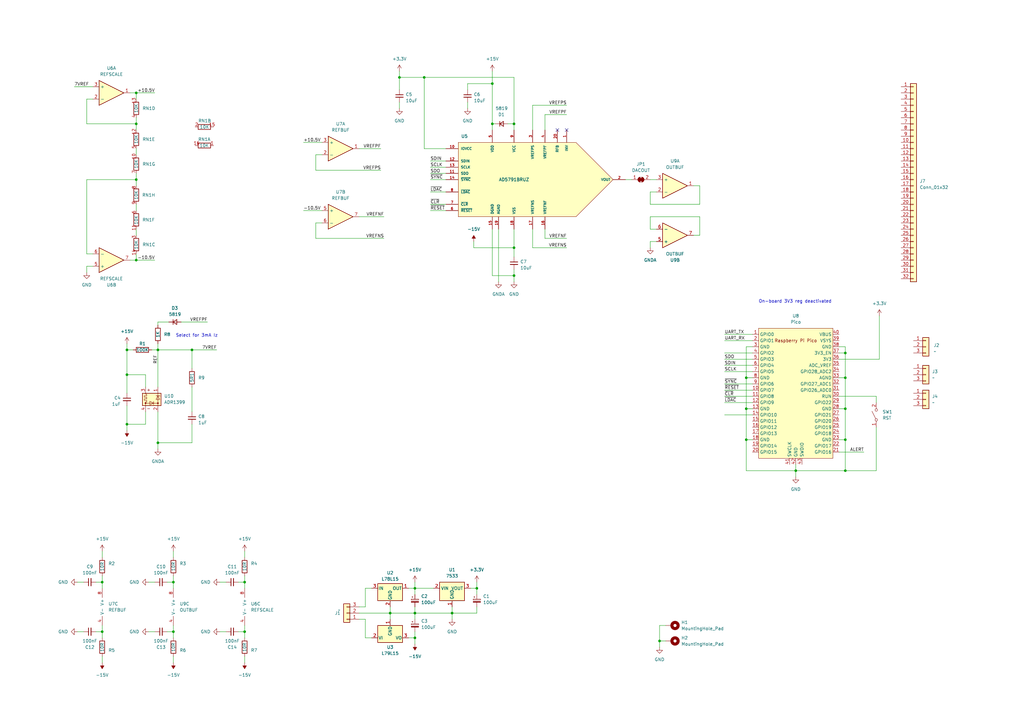
<source format=kicad_sch>
(kicad_sch (version 20230121) (generator eeschema)
  (paper "A3")
  (lib_symbols
    (symbol "AD5791BRUZ:AD5791BRUZ" (pin_names (offset 1.016))
      (property "Reference" "U5" (at -20.32 17.78 0))
      (property "Value" "AD5791BRUZ" (at 0 0 0))
      (symbol "AD5791BRUZ_0_0"
        (pin input line (at 21.59 20.32 270) (length 5.08) (name "INV") (number "1"))
        (pin power_in line (at -27.94 12.7 0) (length 5.08) (name "IOVCC") (number "10"))
        (pin output line (at -27.94 2.54 0) (length 5.08) (name "SDO") (number "11"))
        (pin input line (at -27.94 7.62 0) (length 5.08) (name "SDIN") (number "12"))
        (pin input line (at -27.94 5.08 0) (length 5.08) (name "SCLK") (number "13"))
        (pin input line (at -27.94 0 0) (length 5.08) (name "~{SYNC}") (number "14"))
        (pin passive line (at -8.89 -20.32 90) (length 5.08) (name "DGND") (number "15"))
        (pin input line (at 12.7 -20.32 90) (length 5.08) (name "VREFNF") (number "16"))
        (pin input line (at 7.62 -20.32 90) (length 5.08) (name "VREFNS") (number "17"))
        (pin power_in line (at 0 -20.32 90) (length 5.08) (name "VSS") (number "18"))
        (pin passive line (at -6.35 -20.32 90) (length 5.08) (name "AGND") (number "19"))
        (pin output line (at 45.72 0 180) (length 5.08) (name "VOUT") (number "2"))
        (pin passive line (at 17.78 20.32 270) (length 5.08) (name "RFB") (number "20"))
        (pin input line (at 7.62 20.32 270) (length 5.08) (name "VREFPS") (number "3"))
        (pin input line (at 12.7 20.32 270) (length 5.08) (name "VREFPF") (number "4"))
        (pin power_in line (at -8.89 20.32 270) (length 5.08) (name "VDD") (number "5"))
        (pin input line (at -27.94 -12.7 0) (length 5.08) (name "~{RESET}") (number "6"))
        (pin input line (at -27.94 -10.16 0) (length 5.08) (name "~{CLR}") (number "7"))
        (pin input line (at -27.94 -5.08 0) (length 5.08) (name "~{LDAC}") (number "8"))
        (pin power_in line (at 0 20.32 270) (length 5.08) (name "VCC") (number "9"))
      )
    )
    (symbol "Connector_Generic:Conn_01x03" (pin_names (offset 1.016) hide)
      (property "Reference" "J" (at 0 5.08 0))
      (property "Value" "Conn_01x03" (at 0 -5.08 0))
      (symbol "Conn_01x03_1_1"
        (pin passive line (at -5.08 2.54 0) (length 3.81) (name "Pin_1") (number "1"))
        (pin passive line (at -5.08 0 0) (length 3.81) (name "Pin_2") (number "2"))
        (pin passive line (at -5.08 -2.54 0) (length 3.81) (name "Pin_3") (number "3"))
      )
    )
    (symbol "Connector_Generic:Conn_01x32" (pin_names (offset 1.016) hide)
      (property "Reference" "J" (at 0 40.64 0))
      (property "Value" "Conn_01x32" (at 0 -43.18 0))
      (symbol "Conn_01x32_1_1"
        (pin passive line (at -5.08 38.1 0) (length 3.81) (name "Pin_1") (number "1"))
        (pin passive line (at -5.08 15.24 0) (length 3.81) (name "Pin_10") (number "10"))
        (pin passive line (at -5.08 12.7 0) (length 3.81) (name "Pin_11") (number "11"))
        (pin passive line (at -5.08 10.16 0) (length 3.81) (name "Pin_12") (number "12"))
        (pin passive line (at -5.08 7.62 0) (length 3.81) (name "Pin_13") (number "13"))
        (pin passive line (at -5.08 5.08 0) (length 3.81) (name "Pin_14") (number "14"))
        (pin passive line (at -5.08 2.54 0) (length 3.81) (name "Pin_15") (number "15"))
        (pin passive line (at -5.08 0 0) (length 3.81) (name "Pin_16") (number "16"))
        (pin passive line (at -5.08 -2.54 0) (length 3.81) (name "Pin_17") (number "17"))
        (pin passive line (at -5.08 -5.08 0) (length 3.81) (name "Pin_18") (number "18"))
        (pin passive line (at -5.08 -7.62 0) (length 3.81) (name "Pin_19") (number "19"))
        (pin passive line (at -5.08 35.56 0) (length 3.81) (name "Pin_2") (number "2"))
        (pin passive line (at -5.08 -10.16 0) (length 3.81) (name "Pin_20") (number "20"))
        (pin passive line (at -5.08 -12.7 0) (length 3.81) (name "Pin_21") (number "21"))
        (pin passive line (at -5.08 -15.24 0) (length 3.81) (name "Pin_22") (number "22"))
        (pin passive line (at -5.08 -17.78 0) (length 3.81) (name "Pin_23") (number "23"))
        (pin passive line (at -5.08 -20.32 0) (length 3.81) (name "Pin_24") (number "24"))
        (pin passive line (at -5.08 -22.86 0) (length 3.81) (name "Pin_25") (number "25"))
        (pin passive line (at -5.08 -25.4 0) (length 3.81) (name "Pin_26") (number "26"))
        (pin passive line (at -5.08 -27.94 0) (length 3.81) (name "Pin_27") (number "27"))
        (pin passive line (at -5.08 -30.48 0) (length 3.81) (name "Pin_28") (number "28"))
        (pin passive line (at -5.08 -33.02 0) (length 3.81) (name "Pin_29") (number "29"))
        (pin passive line (at -5.08 33.02 0) (length 3.81) (name "Pin_3") (number "3"))
        (pin passive line (at -5.08 -35.56 0) (length 3.81) (name "Pin_30") (number "30"))
        (pin passive line (at -5.08 -38.1 0) (length 3.81) (name "Pin_31") (number "31"))
        (pin passive line (at -5.08 -40.64 0) (length 3.81) (name "Pin_32") (number "32"))
        (pin passive line (at -5.08 30.48 0) (length 3.81) (name "Pin_4") (number "4"))
        (pin passive line (at -5.08 27.94 0) (length 3.81) (name "Pin_5") (number "5"))
        (pin passive line (at -5.08 25.4 0) (length 3.81) (name "Pin_6") (number "6"))
        (pin passive line (at -5.08 22.86 0) (length 3.81) (name "Pin_7") (number "7"))
        (pin passive line (at -5.08 20.32 0) (length 3.81) (name "Pin_8") (number "8"))
        (pin passive line (at -5.08 17.78 0) (length 3.81) (name "Pin_9") (number "9"))
      )
    )
    (symbol "Device:C_Polarized_Small" (pin_numbers hide) (pin_names (offset 0.254) hide)
      (property "Reference" "C" (at 0.254 1.778 0))
      (property "Value" "C_Polarized_Small" (at 0.254 -2.032 0))
      (symbol "C_Polarized_Small_1_1"
        (pin passive line (at 0 2.54 270) (length 1.8542) (name "~") (number "1"))
        (pin passive line (at 0 -2.54 90) (length 1.8542) (name "~") (number "2"))
      )
    )
    (symbol "Device:C_Small" (pin_numbers hide) (pin_names (offset 0.254) hide)
      (property "Reference" "C" (at 0.254 1.778 0))
      (property "Value" "C_Small" (at 0.254 -2.032 0))
      (symbol "C_Small_1_1"
        (pin passive line (at 0 2.54 270) (length 2.032) (name "~") (number "1"))
        (pin passive line (at 0 -2.54 90) (length 2.032) (name "~") (number "2"))
      )
    )
    (symbol "Device:D_Small" (pin_numbers hide) (pin_names (offset 0.254) hide)
      (property "Reference" "D" (at -1.27 2.032 0))
      (property "Value" "D_Small" (at -3.81 -2.032 0))
      (symbol "D_Small_1_1"
        (pin passive line (at -2.54 0 0) (length 1.778) (name "K") (number "1"))
        (pin passive line (at 2.54 0 180) (length 1.778) (name "A") (number "2"))
      )
    )
    (symbol "Device:Opamp_Dual"
      (property "Reference" "U" (at 0 5.08 0))
      (property "Value" "Opamp_Dual" (at 0 -5.08 0))
      (symbol "Opamp_Dual_1_1"
        (pin output line (at 7.62 0 180) (length 2.54) (name "~") (number "1"))
        (pin input line (at -7.62 -2.54 0) (length 2.54) (name "-") (number "2"))
        (pin input line (at -7.62 2.54 0) (length 2.54) (name "+") (number "3"))
      )
      (symbol "Opamp_Dual_2_1"
        (pin input line (at -7.62 2.54 0) (length 2.54) (name "+") (number "5"))
        (pin input line (at -7.62 -2.54 0) (length 2.54) (name "-") (number "6"))
        (pin output line (at 7.62 0 180) (length 2.54) (name "~") (number "7"))
      )
      (symbol "Opamp_Dual_3_1"
        (pin power_in line (at -2.54 -7.62 90) (length 3.81) (name "V-") (number "4"))
        (pin power_in line (at -2.54 7.62 270) (length 3.81) (name "V+") (number "8"))
      )
    )
    (symbol "Device:R" (pin_numbers hide) (pin_names (offset 0))
      (property "Reference" "R" (at 2.032 0 90))
      (property "Value" "R" (at 0 0 90))
      (symbol "R_1_1"
        (pin passive line (at 0 3.81 270) (length 1.27) (name "~") (number "1"))
        (pin passive line (at 0 -3.81 90) (length 1.27) (name "~") (number "2"))
      )
    )
    (symbol "Device:R_Pack08_Split" (pin_names (offset 0) hide)
      (property "Reference" "RN" (at 2.032 0 90))
      (property "Value" "R_Pack08_Split" (at 0 0 90))
      (symbol "R_Pack08_Split_1_1"
        (pin passive line (at 0 -3.81 90) (length 1.27) (name "R1.1") (number "1"))
        (pin passive line (at 0 3.81 270) (length 1.27) (name "R1.2") (number "16"))
      )
      (symbol "R_Pack08_Split_2_1"
        (pin passive line (at 0 3.81 270) (length 1.27) (name "R2.2") (number "15"))
        (pin passive line (at 0 -3.81 90) (length 1.27) (name "R2.1") (number "2"))
      )
      (symbol "R_Pack08_Split_3_1"
        (pin passive line (at 0 3.81 270) (length 1.27) (name "R3.2") (number "14"))
        (pin passive line (at 0 -3.81 90) (length 1.27) (name "R3.1") (number "3"))
      )
      (symbol "R_Pack08_Split_4_1"
        (pin passive line (at 0 3.81 270) (length 1.27) (name "R4.2") (number "13"))
        (pin passive line (at 0 -3.81 90) (length 1.27) (name "R4.1") (number "4"))
      )
      (symbol "R_Pack08_Split_5_1"
        (pin passive line (at 0 3.81 270) (length 1.27) (name "R5.2") (number "12"))
        (pin passive line (at 0 -3.81 90) (length 1.27) (name "R5.1") (number "5"))
      )
      (symbol "R_Pack08_Split_6_1"
        (pin passive line (at 0 3.81 270) (length 1.27) (name "R6.2") (number "11"))
        (pin passive line (at 0 -3.81 90) (length 1.27) (name "R6.1") (number "6"))
      )
      (symbol "R_Pack08_Split_7_1"
        (pin passive line (at 0 3.81 270) (length 1.27) (name "R7.2") (number "10"))
        (pin passive line (at 0 -3.81 90) (length 1.27) (name "R7.1") (number "7"))
      )
      (symbol "R_Pack08_Split_8_1"
        (pin passive line (at 0 -3.81 90) (length 1.27) (name "R8.1") (number "8"))
        (pin passive line (at 0 3.81 270) (length 1.27) (name "R8.2") (number "9"))
      )
    )
    (symbol "Jumper:SolderJumper_2_Bridged" (pin_names (offset 0) hide)
      (property "Reference" "JP" (at 0 2.032 0))
      (property "Value" "SolderJumper_2_Bridged" (at 0 -2.54 0))
      (symbol "SolderJumper_2_Bridged_1_1"
        (pin passive line (at -3.81 0 0) (length 2.54) (name "A") (number "1"))
        (pin passive line (at 3.81 0 180) (length 2.54) (name "B") (number "2"))
      )
    )
    (symbol "MCU_RaspberryPi_and_Boards:Pico"
      (property "Reference" "U" (at -13.97 27.94 0))
      (property "Value" "Pico" (at 0 19.05 0))
      (symbol "Pico_0_0"
        (text "Raspberry Pi Pico" (at 0 21.59 0) (effects (font (size 1.27 1.27))))
      )
      (symbol "Pico_1_1"
        (pin bidirectional line (at -17.78 24.13 0) (length 2.54) (name "GPIO0") (number "1"))
        (pin bidirectional line (at -17.78 1.27 0) (length 2.54) (name "GPIO7") (number "10"))
        (pin bidirectional line (at -17.78 -1.27 0) (length 2.54) (name "GPIO8") (number "11"))
        (pin bidirectional line (at -17.78 -3.81 0) (length 2.54) (name "GPIO9") (number "12"))
        (pin power_in line (at -17.78 -6.35 0) (length 2.54) (name "GND") (number "13"))
        (pin bidirectional line (at -17.78 -8.89 0) (length 2.54) (name "GPIO10") (number "14"))
        (pin bidirectional line (at -17.78 -11.43 0) (length 2.54) (name "GPIO11") (number "15"))
        (pin bidirectional line (at -17.78 -13.97 0) (length 2.54) (name "GPIO12") (number "16"))
        (pin bidirectional line (at -17.78 -16.51 0) (length 2.54) (name "GPIO13") (number "17"))
        (pin power_in line (at -17.78 -19.05 0) (length 2.54) (name "GND") (number "18"))
        (pin bidirectional line (at -17.78 -21.59 0) (length 2.54) (name "GPIO14") (number "19"))
        (pin bidirectional line (at -17.78 21.59 0) (length 2.54) (name "GPIO1") (number "2"))
        (pin bidirectional line (at -17.78 -24.13 0) (length 2.54) (name "GPIO15") (number "20"))
        (pin bidirectional line (at 17.78 -24.13 180) (length 2.54) (name "GPIO16") (number "21"))
        (pin bidirectional line (at 17.78 -21.59 180) (length 2.54) (name "GPIO17") (number "22"))
        (pin power_in line (at 17.78 -19.05 180) (length 2.54) (name "GND") (number "23"))
        (pin bidirectional line (at 17.78 -16.51 180) (length 2.54) (name "GPIO18") (number "24"))
        (pin bidirectional line (at 17.78 -13.97 180) (length 2.54) (name "GPIO19") (number "25"))
        (pin bidirectional line (at 17.78 -11.43 180) (length 2.54) (name "GPIO20") (number "26"))
        (pin bidirectional line (at 17.78 -8.89 180) (length 2.54) (name "GPIO21") (number "27"))
        (pin power_in line (at 17.78 -6.35 180) (length 2.54) (name "GND") (number "28"))
        (pin bidirectional line (at 17.78 -3.81 180) (length 2.54) (name "GPIO22") (number "29"))
        (pin power_in line (at -17.78 19.05 0) (length 2.54) (name "GND") (number "3"))
        (pin input line (at 17.78 -1.27 180) (length 2.54) (name "RUN") (number "30"))
        (pin bidirectional line (at 17.78 1.27 180) (length 2.54) (name "GPIO26_ADC0") (number "31"))
        (pin bidirectional line (at 17.78 3.81 180) (length 2.54) (name "GPIO27_ADC1") (number "32"))
        (pin power_in line (at 17.78 6.35 180) (length 2.54) (name "AGND") (number "33"))
        (pin bidirectional line (at 17.78 8.89 180) (length 2.54) (name "GPIO28_ADC2") (number "34"))
        (pin power_in line (at 17.78 11.43 180) (length 2.54) (name "ADC_VREF") (number "35"))
        (pin power_in line (at 17.78 13.97 180) (length 2.54) (name "3V3") (number "36"))
        (pin input line (at 17.78 16.51 180) (length 2.54) (name "3V3_EN") (number "37"))
        (pin bidirectional line (at 17.78 19.05 180) (length 2.54) (name "GND") (number "38"))
        (pin power_in line (at 17.78 21.59 180) (length 2.54) (name "VSYS") (number "39"))
        (pin bidirectional line (at -17.78 16.51 0) (length 2.54) (name "GPIO2") (number "4"))
        (pin power_in line (at 17.78 24.13 180) (length 2.54) (name "VBUS") (number "40"))
        (pin input line (at -2.54 -29.21 90) (length 2.54) (name "SWCLK") (number "41"))
        (pin power_in line (at 0 -29.21 90) (length 2.54) (name "GND") (number "42"))
        (pin bidirectional line (at 2.54 -29.21 90) (length 2.54) (name "SWDIO") (number "43"))
        (pin bidirectional line (at -17.78 13.97 0) (length 2.54) (name "GPIO3") (number "5"))
        (pin bidirectional line (at -17.78 11.43 0) (length 2.54) (name "GPIO4") (number "6"))
        (pin bidirectional line (at -17.78 8.89 0) (length 2.54) (name "GPIO5") (number "7"))
        (pin power_in line (at -17.78 6.35 0) (length 2.54) (name "GND") (number "8"))
        (pin bidirectional line (at -17.78 3.81 0) (length 2.54) (name "GPIO6") (number "9"))
      )
    )
    (symbol "Mechanical:MountingHole_Pad" (pin_numbers hide) (pin_names (offset 1.016) hide)
      (property "Reference" "H" (at 0 6.35 0))
      (property "Value" "MountingHole_Pad" (at 0 4.445 0))
      (symbol "MountingHole_Pad_1_1"
        (pin input line (at 0 -2.54 90) (length 2.54) (name "1") (number "1"))
      )
    )
    (symbol "Reference_Voltage:LM399" (pin_names (offset 1.016) hide)
      (property "Reference" "U" (at 3.81 1.27 0))
      (property "Value" "LM399" (at 3.81 -1.27 0))
      (symbol "LM399_0_0"
        (text "+" (at -1.27 3.937 0) (effects (font (size 1.27 1.27))))
      )
      (symbol "LM399_1_1"
        (text "-" (at -1.27 -3.683 0) (effects (font (size 1.27 1.27))))
        (pin passive line (at 2.54 5.08 270) (length 2.54) (name "~") (number "1"))
        (pin passive line (at 2.54 -5.08 90) (length 2.54) (name "~") (number "2"))
        (pin power_in line (at -2.54 5.08 270) (length 2.54) (name "~") (number "3"))
        (pin power_in line (at -2.54 -5.08 90) (length 2.54) (name "~") (number "4"))
      )
    )
    (symbol "Regulator_Linear:HT75xx-1-SOT89"
      (property "Reference" "U" (at -5.08 -3.81 0))
      (property "Value" "HT75xx-1-SOT89" (at 0 6.35 0))
      (symbol "HT75xx-1-SOT89_1_1"
        (pin power_in line (at 0 -5.08 90) (length 2.54) (name "GND") (number "1"))
        (pin power_in line (at -7.62 2.54 0) (length 2.54) (name "VIN") (number "2"))
        (pin power_out line (at 7.62 2.54 180) (length 2.54) (name "VOUT") (number "3"))
      )
    )
    (symbol "Regulator_Linear:L78L15_SOT89" (pin_names (offset 0.254))
      (property "Reference" "U" (at -3.81 3.175 0))
      (property "Value" "L78L15_SOT89" (at -0.635 3.175 0))
      (symbol "L78L15_SOT89_1_1"
        (pin power_out line (at 7.62 0 180) (length 2.54) (name "OUT") (number "1"))
        (pin power_in line (at 0 -7.62 90) (length 2.54) (name "GND") (number "2"))
        (pin power_in line (at -7.62 0 0) (length 2.54) (name "IN") (number "3"))
      )
    )
    (symbol "Regulator_Linear:L79L15_SOT89" (pin_names (offset 0.254))
      (property "Reference" "U" (at -3.81 -3.175 0))
      (property "Value" "L79L15_SOT89" (at 0 -3.175 0))
      (symbol "L79L15_SOT89_1_1"
        (pin power_in line (at 0 7.62 270) (length 2.54) (name "GND") (number "1"))
        (pin power_in line (at -7.62 0 0) (length 2.54) (name "VI") (number "2"))
        (pin power_out line (at 7.62 0 180) (length 2.54) (name "VO") (number "3"))
      )
    )
    (symbol "Switch:SW_SPST" (pin_names (offset 0) hide)
      (property "Reference" "SW" (at 0 3.175 0))
      (property "Value" "SW_SPST" (at 0 -2.54 0))
      (symbol "SW_SPST_1_1"
        (pin passive line (at -5.08 0 0) (length 2.54) (name "A") (number "1"))
        (pin passive line (at 5.08 0 180) (length 2.54) (name "B") (number "2"))
      )
    )
    (symbol "power:+15V" (power) (pin_names (offset 0))
      (property "Value" "+15V" (at 0 3.556 0))
      (symbol "+15V_1_1"
        (pin power_in line (at 0 0 90) (length 0) hide (name "+15V") (number "1"))
      )
    )
    (symbol "power:+3.3V" (power) (pin_names (offset 0))
      (property "Value" "+3.3V" (at 0 3.556 0))
      (symbol "+3.3V_1_1"
        (pin power_in line (at 0 0 90) (length 0) hide (name "+3.3V") (number "1"))
      )
    )
    (symbol "power:-15V" (power) (pin_names (offset 0))
      (property "Value" "-15V" (at 0 3.81 0))
      (symbol "-15V_0_0"
        (pin power_in line (at 0 0 90) (length 0) hide (name "-15V") (number "1"))
      )
    )
    (symbol "power:GND" (power) (pin_names (offset 0))
      (property "Value" "GND" (at 0 -3.81 0))
      (symbol "GND_1_1"
        (pin power_in line (at 0 0 270) (length 0) hide (name "GND") (number "1"))
      )
    )
    (symbol "power:GNDA" (power) (pin_names (offset 0))
      (property "Value" "GNDA" (at 0 -3.81 0))
      (symbol "GNDA_1_1"
        (pin power_in line (at 0 0 270) (length 0) hide (name "GNDA") (number "1"))
      )
    )
  )
  (junction (at 306.07 167.64))
  (junction (at 52.07 173.99))
  (junction (at 52.07 143.51))
  (junction (at 170.18 251.46))
  (junction (at 55.88 38.1))
  (junction (at 326.39 193.04))
  (junction (at 163.83 31.75))
  (junction (at 52.07 153.67))
  (junction (at 160.02 251.46))
  (junction (at 100.33 238.76))
  (junction (at 64.77 181.61))
  (junction (at 185.42 251.46))
  (junction (at 346.71 144.78))
  (junction (at 270.51 262.89))
  (junction (at 71.12 238.76))
  (junction (at 55.88 50.8))
  (junction (at 71.12 259.08))
  (junction (at 201.93 50.8))
  (junction (at 55.88 106.68))
  (junction (at 195.58 241.3))
  (junction (at 346.71 167.64))
  (junction (at 210.82 50.8))
  (junction (at 210.82 113.03))
  (junction (at 170.18 261.62))
  (junction (at 173.99 31.75))
  (junction (at 41.91 238.76))
  (junction (at 100.33 259.08))
  (junction (at 306.07 154.94))
  (junction (at 346.71 154.94))
  (junction (at 346.71 193.04))
  (junction (at 64.77 143.51))
  (junction (at 201.93 34.29))
  (junction (at 78.74 143.51))
  (junction (at 55.88 73.66))
  (junction (at 170.18 241.3))
  (junction (at 306.07 180.34))
  (junction (at 41.91 259.08))
  (junction (at 346.71 180.34))
  (junction (at 210.82 101.6))
  (no_connect (at 232.41 53.34))
  (no_connect (at 228.6 53.34))
  (wire (pts (xy 297.18 157.48) (xy 308.61 157.48)))
  (wire (pts (xy 35.56 50.8) (xy 55.88 50.8)))
  (wire (pts (xy 39.37 259.08) (xy 41.91 259.08)))
  (wire (pts (xy 147.32 88.9) (xy 157.48 88.9)))
  (wire (pts (xy 176.53 86.36) (xy 182.88 86.36)))
  (wire (pts (xy 308.61 142.24) (xy 306.07 142.24)))
  (wire (pts (xy 232.41 97.79) (xy 223.52 97.79)))
  (wire (pts (xy 64.77 143.51) (xy 64.77 158.75)))
  (wire (pts (xy 223.52 46.99) (xy 223.52 53.34)))
  (wire (pts (xy 269.24 93.98) (xy 266.7 93.98)))
  (wire (pts (xy 210.82 50.8) (xy 210.82 53.34)))
  (wire (pts (xy 62.23 143.51) (xy 64.77 143.51)))
  (wire (pts (xy 100.33 261.62) (xy 100.33 259.08)))
  (wire (pts (xy 71.12 236.22) (xy 71.12 238.76)))
  (wire (pts (xy 266.7 88.9) (xy 287.02 88.9)))
  (wire (pts (xy 160.02 251.46) (xy 170.18 251.46)))
  (wire (pts (xy 55.88 63.5) (xy 55.88 60.96)))
  (wire (pts (xy 287.02 76.2) (xy 284.48 76.2)))
  (wire (pts (xy 270.51 262.89) (xy 270.51 256.54)))
  (wire (pts (xy 41.91 259.08) (xy 41.91 256.54)))
  (wire (pts (xy 35.56 109.22) (xy 38.1 109.22)))
  (wire (pts (xy 163.83 44.45) (xy 163.83 41.91)))
  (wire (pts (xy 35.56 40.64) (xy 35.56 50.8)))
  (wire (pts (xy 359.41 165.1) (xy 359.41 162.56)))
  (wire (pts (xy 71.12 238.76) (xy 71.12 241.3)))
  (wire (pts (xy 55.88 73.66) (xy 35.56 73.66)))
  (wire (pts (xy 297.18 165.1) (xy 308.61 165.1)))
  (wire (pts (xy 201.93 53.34) (xy 201.93 50.8)))
  (wire (pts (xy 344.17 142.24) (xy 346.71 142.24)))
  (wire (pts (xy 360.68 147.32) (xy 360.68 129.54)))
  (wire (pts (xy 185.42 251.46) (xy 195.58 251.46)))
  (wire (pts (xy 64.77 143.51) (xy 78.74 143.51)))
  (wire (pts (xy 308.61 154.94) (xy 306.07 154.94)))
  (wire (pts (xy 55.88 38.1) (xy 53.34 38.1)))
  (wire (pts (xy 176.53 83.82) (xy 182.88 83.82)))
  (wire (pts (xy 68.58 238.76) (xy 71.12 238.76)))
  (wire (pts (xy 344.17 167.64) (xy 346.71 167.64)))
  (wire (pts (xy 270.51 256.54) (xy 273.05 256.54)))
  (wire (pts (xy 71.12 261.62) (xy 71.12 259.08)))
  (wire (pts (xy 160.02 251.46) (xy 160.02 254)))
  (wire (pts (xy 297.18 147.32) (xy 308.61 147.32)))
  (wire (pts (xy 201.93 93.98) (xy 201.93 113.03)))
  (wire (pts (xy 344.17 185.42) (xy 354.33 185.42)))
  (wire (pts (xy 149.86 254) (xy 149.86 261.62)))
  (wire (pts (xy 306.07 142.24) (xy 306.07 154.94)))
  (wire (pts (xy 100.33 226.06) (xy 100.33 228.6)))
  (wire (pts (xy 173.99 31.75) (xy 173.99 60.96)))
  (wire (pts (xy 156.21 60.96) (xy 147.32 60.96)))
  (wire (pts (xy 185.42 251.46) (xy 185.42 254)))
  (wire (pts (xy 90.17 259.08) (xy 92.71 259.08)))
  (wire (pts (xy 78.74 173.99) (xy 78.74 181.61)))
  (wire (pts (xy 210.82 115.57) (xy 210.82 113.03)))
  (wire (pts (xy 97.79 259.08) (xy 100.33 259.08)))
  (wire (pts (xy 64.77 132.08) (xy 69.215 132.08)))
  (wire (pts (xy 41.91 238.76) (xy 41.91 241.3)))
  (wire (pts (xy 170.18 251.46) (xy 185.42 251.46)))
  (wire (pts (xy 55.88 93.98) (xy 55.88 96.52)))
  (wire (pts (xy 31.75 259.08) (xy 34.29 259.08)))
  (wire (pts (xy 297.18 137.16) (xy 308.61 137.16)))
  (wire (pts (xy 78.74 158.75) (xy 78.74 168.91)))
  (wire (pts (xy 124.46 58.42) (xy 132.08 58.42)))
  (wire (pts (xy 100.33 236.22) (xy 100.33 238.76)))
  (wire (pts (xy 287.02 88.9) (xy 287.02 96.52)))
  (wire (pts (xy 173.99 31.75) (xy 210.82 31.75)))
  (wire (pts (xy 191.77 34.29) (xy 191.77 36.83)))
  (wire (pts (xy 52.07 166.37) (xy 52.07 173.99)))
  (wire (pts (xy 55.88 38.1) (xy 63.5 38.1)))
  (wire (pts (xy 55.88 104.14) (xy 55.88 106.68)))
  (wire (pts (xy 218.44 43.18) (xy 218.44 53.34)))
  (wire (pts (xy 195.58 238.76) (xy 195.58 241.3)))
  (wire (pts (xy 41.91 236.22) (xy 41.91 238.76)))
  (wire (pts (xy 287.02 83.82) (xy 287.02 76.2)))
  (wire (pts (xy 167.64 261.62) (xy 170.18 261.62)))
  (wire (pts (xy 52.07 153.67) (xy 52.07 143.51)))
  (wire (pts (xy 52.07 153.67) (xy 52.07 161.29)))
  (wire (pts (xy 59.69 158.75) (xy 59.69 153.67)))
  (wire (pts (xy 346.71 142.24) (xy 346.71 144.78)))
  (wire (pts (xy 176.53 66.04) (xy 182.88 66.04)))
  (wire (pts (xy 308.61 180.34) (xy 306.07 180.34)))
  (wire (pts (xy 129.54 69.85) (xy 156.21 69.85)))
  (wire (pts (xy 38.1 104.14) (xy 35.56 104.14)))
  (wire (pts (xy 232.41 46.99) (xy 223.52 46.99)))
  (wire (pts (xy 129.54 91.44) (xy 132.08 91.44)))
  (wire (pts (xy 64.77 143.51) (xy 64.77 140.97)))
  (wire (pts (xy 194.31 101.6) (xy 194.31 99.06)))
  (wire (pts (xy 346.71 193.04) (xy 326.39 193.04)))
  (wire (pts (xy 68.58 259.08) (xy 71.12 259.08)))
  (wire (pts (xy 306.07 180.34) (xy 306.07 193.04)))
  (wire (pts (xy 55.88 73.66) (xy 55.88 76.2)))
  (wire (pts (xy 41.91 226.06) (xy 41.91 228.6)))
  (wire (pts (xy 64.77 168.91) (xy 64.77 181.61)))
  (wire (pts (xy 266.7 83.82) (xy 287.02 83.82)))
  (wire (pts (xy 163.83 31.75) (xy 173.99 31.75)))
  (wire (pts (xy 359.41 162.56) (xy 344.17 162.56)))
  (wire (pts (xy 326.39 190.5) (xy 326.39 193.04)))
  (wire (pts (xy 52.07 173.99) (xy 52.07 176.53)))
  (wire (pts (xy 71.12 259.08) (xy 71.12 256.54)))
  (wire (pts (xy 308.61 167.64) (xy 306.07 167.64)))
  (wire (pts (xy 201.93 34.29) (xy 191.77 34.29)))
  (wire (pts (xy 191.77 44.45) (xy 191.77 41.91)))
  (wire (pts (xy 269.24 78.74) (xy 266.7 78.74)))
  (wire (pts (xy 100.33 271.78) (xy 100.33 269.24)))
  (wire (pts (xy 297.18 170.18) (xy 308.61 170.18)))
  (wire (pts (xy 59.69 173.99) (xy 59.69 168.91)))
  (wire (pts (xy 346.71 167.64) (xy 346.71 180.34)))
  (wire (pts (xy 232.41 101.6) (xy 218.44 101.6)))
  (wire (pts (xy 297.18 144.78) (xy 308.61 144.78)))
  (wire (pts (xy 256.54 73.66) (xy 259.08 73.66)))
  (wire (pts (xy 266.7 101.6) (xy 266.7 99.06)))
  (wire (pts (xy 35.56 111.76) (xy 35.56 109.22)))
  (wire (pts (xy 185.42 248.92) (xy 185.42 251.46)))
  (wire (pts (xy 193.04 241.3) (xy 195.58 241.3)))
  (wire (pts (xy 147.32 251.46) (xy 160.02 251.46)))
  (wire (pts (xy 100.33 238.76) (xy 100.33 241.3)))
  (wire (pts (xy 297.18 152.4) (xy 308.61 152.4)))
  (wire (pts (xy 149.86 261.62) (xy 152.4 261.62)))
  (wire (pts (xy 64.77 132.08) (xy 64.77 133.35)))
  (wire (pts (xy 297.18 139.7) (xy 308.61 139.7)))
  (wire (pts (xy 157.48 97.79) (xy 129.54 97.79)))
  (wire (pts (xy 132.08 86.36) (xy 124.46 86.36)))
  (wire (pts (xy 201.93 29.21) (xy 201.93 34.29)))
  (wire (pts (xy 163.83 29.21) (xy 163.83 31.75)))
  (wire (pts (xy 60.96 238.76) (xy 63.5 238.76)))
  (wire (pts (xy 170.18 261.62) (xy 170.18 259.08)))
  (wire (pts (xy 55.88 73.66) (xy 55.88 71.12)))
  (wire (pts (xy 266.7 99.06) (xy 269.24 99.06)))
  (wire (pts (xy 266.7 78.74) (xy 266.7 83.82)))
  (wire (pts (xy 78.74 143.51) (xy 88.9 143.51)))
  (wire (pts (xy 64.77 181.61) (xy 64.77 184.15)))
  (wire (pts (xy 52.07 173.99) (xy 59.69 173.99)))
  (wire (pts (xy 344.17 144.78) (xy 346.71 144.78)))
  (wire (pts (xy 55.88 106.68) (xy 63.5 106.68)))
  (wire (pts (xy 170.18 248.92) (xy 170.18 251.46)))
  (wire (pts (xy 306.07 193.04) (xy 326.39 193.04)))
  (wire (pts (xy 55.88 40.64) (xy 55.88 38.1)))
  (wire (pts (xy 170.18 238.76) (xy 170.18 241.3)))
  (wire (pts (xy 266.7 93.98) (xy 266.7 88.9)))
  (wire (pts (xy 71.12 271.78) (xy 71.12 269.24)))
  (wire (pts (xy 170.18 241.3) (xy 177.8 241.3)))
  (wire (pts (xy 167.64 241.3) (xy 170.18 241.3)))
  (wire (pts (xy 53.34 106.68) (xy 55.88 106.68)))
  (wire (pts (xy 297.18 162.56) (xy 308.61 162.56)))
  (wire (pts (xy 176.53 78.74) (xy 182.88 78.74)))
  (wire (pts (xy 170.18 261.62) (xy 170.18 264.16)))
  (wire (pts (xy 64.77 181.61) (xy 78.74 181.61)))
  (wire (pts (xy 344.17 154.94) (xy 346.71 154.94)))
  (wire (pts (xy 210.82 93.98) (xy 210.82 101.6)))
  (wire (pts (xy 270.51 262.89) (xy 273.05 262.89)))
  (wire (pts (xy 201.93 113.03) (xy 210.82 113.03)))
  (wire (pts (xy 132.08 63.5) (xy 129.54 63.5)))
  (wire (pts (xy 170.18 254) (xy 170.18 251.46)))
  (wire (pts (xy 218.44 101.6) (xy 218.44 93.98)))
  (wire (pts (xy 176.53 68.58) (xy 182.88 68.58)))
  (wire (pts (xy 160.02 248.92) (xy 160.02 251.46)))
  (wire (pts (xy 195.58 251.46) (xy 195.58 248.92)))
  (wire (pts (xy 35.56 73.66) (xy 35.56 104.14)))
  (wire (pts (xy 31.75 238.76) (xy 34.29 238.76)))
  (wire (pts (xy 147.32 254) (xy 149.86 254)))
  (wire (pts (xy 346.71 180.34) (xy 346.71 193.04)))
  (wire (pts (xy 152.4 241.3) (xy 149.86 241.3)))
  (wire (pts (xy 326.39 193.04) (xy 326.39 195.58)))
  (wire (pts (xy 90.17 238.76) (xy 92.71 238.76)))
  (wire (pts (xy 201.93 50.8) (xy 201.93 34.29)))
  (wire (pts (xy 306.07 154.94) (xy 306.07 167.64)))
  (wire (pts (xy 201.93 50.8) (xy 203.2 50.8)))
  (wire (pts (xy 346.71 193.04) (xy 359.41 193.04)))
  (wire (pts (xy 176.53 71.12) (xy 182.88 71.12)))
  (wire (pts (xy 52.07 153.67) (xy 59.69 153.67)))
  (wire (pts (xy 210.82 31.75) (xy 210.82 50.8)))
  (wire (pts (xy 55.88 53.34) (xy 55.88 50.8)))
  (wire (pts (xy 149.86 248.92) (xy 147.32 248.92)))
  (wire (pts (xy 232.41 43.18) (xy 218.44 43.18)))
  (wire (pts (xy 163.83 36.83) (xy 163.83 31.75)))
  (wire (pts (xy 39.37 238.76) (xy 41.91 238.76)))
  (wire (pts (xy 297.18 160.02) (xy 308.61 160.02)))
  (wire (pts (xy 346.71 154.94) (xy 346.71 167.64)))
  (wire (pts (xy 297.18 149.86) (xy 308.61 149.86)))
  (wire (pts (xy 41.91 271.78) (xy 41.91 269.24)))
  (wire (pts (xy 52.07 140.97) (xy 52.07 143.51)))
  (wire (pts (xy 223.52 97.79) (xy 223.52 93.98)))
  (wire (pts (xy 344.17 147.32) (xy 360.68 147.32)))
  (wire (pts (xy 78.74 143.51) (xy 78.74 151.13)))
  (wire (pts (xy 30.48 35.56) (xy 38.1 35.56)))
  (wire (pts (xy 195.58 241.3) (xy 195.58 243.84)))
  (wire (pts (xy 359.41 193.04) (xy 359.41 175.26)))
  (wire (pts (xy 210.82 110.49) (xy 210.82 113.03)))
  (wire (pts (xy 71.12 226.06) (xy 71.12 228.6)))
  (wire (pts (xy 149.86 241.3) (xy 149.86 248.92)))
  (wire (pts (xy 344.17 180.34) (xy 346.71 180.34)))
  (wire (pts (xy 55.88 50.8) (xy 55.88 48.26)))
  (wire (pts (xy 170.18 241.3) (xy 170.18 243.84)))
  (wire (pts (xy 208.28 50.8) (xy 210.82 50.8)))
  (wire (pts (xy 129.54 97.79) (xy 129.54 91.44)))
  (wire (pts (xy 41.91 261.62) (xy 41.91 259.08)))
  (wire (pts (xy 38.1 40.64) (xy 35.56 40.64)))
  (wire (pts (xy 100.33 259.08) (xy 100.33 256.54)))
  (wire (pts (xy 176.53 73.66) (xy 182.88 73.66)))
  (wire (pts (xy 52.07 143.51) (xy 54.61 143.51)))
  (wire (pts (xy 55.88 83.82) (xy 55.88 86.36)))
  (wire (pts (xy 204.47 93.98) (xy 204.47 115.57)))
  (wire (pts (xy 194.31 101.6) (xy 210.82 101.6)))
  (wire (pts (xy 74.295 132.08) (xy 85.09 132.08)))
  (wire (pts (xy 306.07 167.64) (xy 306.07 180.34)))
  (wire (pts (xy 210.82 101.6) (xy 210.82 105.41)))
  (wire (pts (xy 97.79 238.76) (xy 100.33 238.76)))
  (wire (pts (xy 287.02 96.52) (xy 284.48 96.52)))
  (wire (pts (xy 129.54 63.5) (xy 129.54 69.85)))
  (wire (pts (xy 173.99 60.96) (xy 182.88 60.96)))
  (wire (pts (xy 60.96 259.08) (xy 63.5 259.08)))
  (wire (pts (xy 270.51 265.43) (xy 270.51 262.89)))
  (wire (pts (xy 346.71 144.78) (xy 346.71 154.94)))
  (wire (pts (xy 266.7 73.66) (xy 269.24 73.66)))
  (text " Select for 3mA Iz" (at 71.12 138.43 0) (effects (font (size 1.27 1.27)) (justify left bottom)))
  (text "On-board 3V3 reg deactivated" (at 311.15 124.46 0) (effects (font (size 1.27 1.27)) (justify left bottom)))
  (label "~{SYNC}" (at 297.18 157.48 0))
  (label "VREFPS" (at 156.21 69.85 180))
  (label "~{SYNC}" (at 176.53 73.66 0))
  (label "SCLK" (at 297.18 152.4 0))
  (label "7VREF" (at 88.9 143.51 180))
  (label "SDIN" (at 176.53 66.04 0))
  (label "VREFNF" (at 232.41 97.79 180))
  (label "ALERT" (at 354.33 185.42 180))
  (label "SDO" (at 176.53 71.12 0))
  (label "UART_RX" (at 297.18 139.7 0))
  (label "SDO" (at 297.18 147.32 0))
  (label "VREFNS" (at 157.48 97.79 180))
  (label "+10.5V" (at 124.46 58.42 0))
  (label "7VREF" (at 30.48 35.56 0))
  (label "SCLK" (at 176.53 68.58 0))
  (label "REF" (at 64.77 149.225 90))
  (label "VREFNS" (at 232.41 101.6 180))
  (label "-10.5V" (at 124.46 86.36 0))
  (label "VREFPF" (at 232.41 46.99 180))
  (label "~{LDAC}" (at 176.53 78.74 0))
  (label "~{CLR}" (at 176.53 83.82 0))
  (label "VREFPF" (at 85.09 132.08 180))
  (label "VREFPS" (at 232.41 43.18 180))
  (label "~{CLR}" (at 297.18 162.56 0))
  (label "+10.5V" (at 63.5 38.1 180))
  (label "VREFNF" (at 157.48 88.9 180))
  (label "UART_TX" (at 297.18 137.16 0))
  (label "VREFPF" (at 156.21 60.96 180))
  (label "~{RESET}" (at 297.18 160.02 0))
  (label "~{RESET}" (at 176.53 86.36 0))
  (label "SDIN" (at 297.18 149.86 0))
  (label "~{LDAC}" (at 297.18 165.1 0))
  (label "-10.5V" (at 63.5 106.68 180))
  (symbol (lib_id "Device:Opamp_Dual") (at 44.45 248.92 0) (unit 3)
    (property "Reference" "U7" (at 44.45 247.65 0) (effects (justify left)))
    (property "Value" "REFBUF" (at 44.45 250.19 0) (effects (justify left)))
    (property "Footprint" "Package_SO:SOIC-8_3.9x4.9mm_P1.27mm" (effects hide))
  )
  (symbol (lib_id "Device:C_Small") (at 36.83 238.76 90) (unit 1)
    (property "Reference" "C9" (at 36.8363 232.41 90))
    (property "Value" "100nF" (at 36.8363 234.95 90))
    (property "Footprint" "Capacitor_SMD:C_0603_1608Metric" (effects hide))
  )
  (symbol (lib_id "power:+15V") (at 170.18 238.76 0) (unit 1)
    (property "Reference" "#PWR03" (effects hide))
    (property "Value" "+15V" (at 170.18 233.68 0))
  )
  (symbol (lib_id "power:GND") (at 191.77 44.45 0) (unit 1)
    (property "Reference" "#PWR010" (effects hide))
    (property "Value" "GND" (at 191.77 49.53 0))
  )
  (symbol (lib_id "Device:C_Small") (at 66.04 259.08 90) (mirror x) (unit 1)
    (property "Reference" "C13" (at 66.0463 265.43 90))
    (property "Value" "100nF" (at 66.0463 262.89 90))
    (property "Footprint" "Capacitor_SMD:C_0603_1608Metric" (effects hide))
  )
  (symbol (lib_id "Device:R") (at 64.77 137.16 180) (unit 1)
    (property "Reference" "R8" (at 68.58 137.16 0))
    (property "Value" "1K" (at 64.77 137.16 90))
    (property "Footprint" "Resistor_SMD:R_0603_1608Metric" (effects hide))
  )
  (symbol (lib_id "Switch:SW_SPST") (at 359.41 170.18 90) (unit 1)
    (property "Reference" "SW1" (at 361.95 168.91 90) (effects (justify right)))
    (property "Value" "RST" (at 361.95 171.45 90) (effects (justify right)))
    (property "Footprint" "Button_Switch_SMD:SW_SPST_B3U-1000P" (effects hide))
  )
  (symbol (lib_id "Device:R") (at 71.12 265.43 0) (mirror x) (unit 1)
    (property "Reference" "R6" (at 73.66 266.7 0) (effects (justify left)))
    (property "Value" "10R" (at 71.12 263.525 90) (effects (justify left)))
    (property "Footprint" "Resistor_SMD:R_0603_1608Metric" (effects hide))
  )
  (symbol (lib_id "Device:C_Small") (at 66.04 238.76 90) (unit 1)
    (property "Reference" "C10" (at 66.0463 232.41 90))
    (property "Value" "100nF" (at 66.0463 234.95 90))
    (property "Footprint" "Capacitor_SMD:C_0603_1608Metric" (effects hide))
  )
  (symbol (lib_id "power:-15V") (at 41.91 271.78 180) (unit 1)
    (property "Reference" "#PWR026" (effects hide))
    (property "Value" "-15V" (at 41.91 276.86 0))
  )
  (symbol (lib_id "power:GND") (at 270.51 265.43 0) (unit 1)
    (property "Reference" "#PWR016" (effects hide))
    (property "Value" "GND" (at 270.51 270.51 0))
  )
  (symbol (lib_id "Device:R_Pack08_Split") (at 55.88 90.17 180) (unit 6)
    (property "Reference" "RN1" (at 63.5 90.17 0) (effects (justify left)))
    (property "Value" "10K" (at 55.88 88.265 90) (effects (justify left)))
    (property "Footprint" "Package_SO:SOIC-16_3.9x9.9mm_P1.27mm" (effects hide))
  )
  (symbol (lib_id "Device:R") (at 58.42 143.51 90) (unit 1)
    (property "Reference" "R1" (at 58.42 140.97 90))
    (property "Value" "100K" (at 58.42 143.51 90))
    (property "Footprint" "Resistor_SMD:R_0603_1608Metric" (effects hide))
  )
  (symbol (lib_id "Device:C_Polarized_Small") (at 195.58 246.38 0) (unit 1)
    (property "Reference" "C1" (at 198.12 244.5639 0) (effects (justify left)))
    (property "Value" "100uF" (at 198.12 247.1039 0) (effects (justify left)))
    (property "Footprint" "Capacitor_SMD:CP_Elec_6.3x5.4" (effects hide))
  )
  (symbol (lib_id "power:GNDA") (at 204.47 115.57 0) (unit 1)
    (property "Reference" "#PWR013" (effects hide))
    (property "Value" "GNDA" (at 204.47 120.65 0))
  )
  (symbol (lib_id "power:GND") (at 90.17 259.08 270) (mirror x) (unit 1)
    (property "Reference" "#PWR029" (effects hide))
    (property "Value" "GND" (at 86.36 259.08 90) (effects (justify right)))
  )
  (symbol (lib_id "Regulator_Linear:L79L15_SOT89") (at 160.02 261.62 0) (unit 1)
    (property "Reference" "U3" (at 160.02 265.43 0))
    (property "Value" "L79L15" (at 160.02 267.97 0))
    (property "Footprint" "Package_TO_SOT_SMD:SOT-89-3" (effects hide))
    (property "Datasheet" "http://www.farnell.com/datasheets/1827870.pdf" (effects hide))
  )
  (symbol (lib_id "Device:R") (at 100.33 265.43 0) (mirror x) (unit 1)
    (property "Reference" "R7" (at 102.87 266.7 0) (effects (justify left)))
    (property "Value" "10R" (at 100.33 263.525 90) (effects (justify left)))
    (property "Footprint" "Resistor_SMD:R_0603_1608Metric" (effects hide))
  )
  (symbol (lib_id "power:+3.3V") (at 163.83 29.21 0) (unit 1)
    (property "Reference" "#PWR08" (effects hide))
    (property "Value" "+3.3V" (at 163.83 24.13 0))
  )
  (symbol (lib_id "Device:Opamp_Dual") (at 276.86 96.52 0) (mirror x) (unit 2)
    (property "Reference" "U9" (at 276.86 106.68 0))
    (property "Value" "OUTBUF" (at 276.86 104.14 0))
    (property "Footprint" "Package_SO:SOIC-8_3.9x4.9mm_P1.27mm" (effects hide))
  )
  (symbol (lib_id "Connector_Generic:Conn_01x03") (at 379.73 153.67 0) (unit 1)
    (property "Reference" "J3" (at 382.27 152.4 0) (effects (justify left)))
    (property "Value" "~" (at 382.27 154.94 0) (effects (justify left)))
    (property "Footprint" "100mm template footprints:CTB93HD3" (effects hide))
  )
  (symbol (lib_id "Device:R") (at 100.33 232.41 0) (unit 1)
    (property "Reference" "R4" (at 102.87 231.14 0) (effects (justify left)))
    (property "Value" "10R" (at 100.33 234.315 90) (effects (justify left)))
    (property "Footprint" "Resistor_SMD:R_0603_1608Metric" (effects hide))
  )
  (symbol (lib_id "Device:D_Small") (at 71.755 132.08 0) (mirror x) (unit 1)
    (property "Reference" "D3" (at 73.025 126.365 0) (effects (justify right)))
    (property "Value" "5819" (at 74.295 128.905 0) (effects (justify right)))
    (property "Footprint" "Resistor_SMD:R_0603_1608Metric_Pad0.98x0.95mm_HandSolder" (effects hide))
    (property "Sim.Device" "D" (effects hide))
    (property "Sim.Pins" "1=K 2=A" (effects hide))
  )
  (symbol (lib_id "Device:Opamp_Dual") (at 276.86 76.2 0) (unit 1)
    (property "Reference" "U9" (at 276.86 66.04 0))
    (property "Value" "OUTBUF" (at 276.86 68.58 0))
    (property "Footprint" "Package_SO:SOIC-8_3.9x4.9mm_P1.27mm" (effects hide))
  )
  (symbol (lib_id "Connector_Generic:Conn_01x03") (at 379.73 142.24 0) (unit 1)
    (property "Reference" "J2" (at 382.905 141.605 0) (effects (justify left)))
    (property "Value" "~" (at 382.905 144.145 0) (effects (justify left)))
    (property "Footprint" "100mm template footprints:CTB93HD3" (effects hide))
  )
  (symbol (lib_id "Device:C_Small") (at 163.83 39.37 0) (unit 1)
    (property "Reference" "C5" (at 166.37 38.7413 0) (effects (justify left)))
    (property "Value" "10uF" (at 166.37 41.2813 0) (effects (justify left)))
    (property "Footprint" "Resistor_SMD:R_0603_1608Metric" (effects hide))
  )
  (symbol (lib_id "Device:R") (at 41.91 232.41 0) (unit 1)
    (property "Reference" "R2" (at 44.45 231.14 0) (effects (justify left)))
    (property "Value" "10R" (at 41.91 234.315 90) (effects (justify left)))
    (property "Footprint" "Resistor_SMD:R_0603_1608Metric" (effects hide))
  )
  (symbol (lib_id "Device:C_Small") (at 95.25 238.76 90) (unit 1)
    (property "Reference" "C11" (at 95.2563 232.41 90))
    (property "Value" "100nF" (at 95.2563 234.95 90))
    (property "Footprint" "Capacitor_SMD:C_0603_1608Metric" (effects hide))
  )
  (symbol (lib_id "Device:C_Small") (at 78.74 171.45 0) (unit 1)
    (property "Reference" "C8" (at 81.28 170.8213 0) (effects (justify left)))
    (property "Value" "1uF" (at 81.28 173.3613 0) (effects (justify left)))
    (property "Footprint" "Resistor_SMD:R_0603_1608Metric" (effects hide))
  )
  (symbol (lib_id "Device:R") (at 78.74 154.94 0) (unit 1)
    (property "Reference" "R9" (at 81.28 154.94 0) (effects (justify left)))
    (property "Value" "5R1" (at 78.74 156.845 90) (effects (justify left)))
    (property "Footprint" "Resistor_SMD:R_0603_1608Metric" (effects hide))
  )
  (symbol (lib_id "Device:R") (at 71.12 232.41 0) (unit 1)
    (property "Reference" "R3" (at 73.66 231.14 0) (effects (justify left)))
    (property "Value" "10R" (at 71.12 234.315 90) (effects (justify left)))
    (property "Footprint" "Resistor_SMD:R_0603_1608Metric" (effects hide))
  )
  (symbol (lib_id "Regulator_Linear:L78L15_SOT89") (at 160.02 241.3 0) (unit 1)
    (property "Reference" "U2" (at 160.02 234.95 0))
    (property "Value" "L78L15" (at 160.02 237.49 0))
    (property "Footprint" "Package_TO_SOT_SMD:SOT-89-3" (effects hide))
    (property "Datasheet" "http://www.st.com/content/ccc/resource/technical/document/datasheet/15/55/e5/aa/23/5b/43/fd/CD00000446.pdf/files/CD00000446.pdf/jcr:content/translations/en.CD00000446.pdf" (effects hide))
  )
  (symbol (lib_id "Reference_Voltage:LM399") (at 62.23 163.83 0) (unit 1)
    (property "Reference" "U10" (at 67.31 162.433 0) (effects (justify left)))
    (property "Value" "ADR1399" (at 67.31 164.973 0) (effects (justify left)))
    (property "Footprint" "Package_TO_SOT_THT:Analog_TO-46-4_ThermalShield" (effects hide))
    (property "Datasheet" "https://www.analog.com/media/en/technical-documentation/data-sheets/199399fc.pdf" (effects hide))
  )
  (symbol (lib_id "Device:Opamp_Dual") (at 73.66 248.92 0) (unit 3)
    (property "Reference" "U9" (at 73.66 247.65 0) (effects (justify left)))
    (property "Value" "OUTBUF" (at 73.66 250.19 0) (effects (justify left)))
    (property "Footprint" "Package_SO:SOIC-8_3.9x4.9mm_P1.27mm" (effects hide))
  )
  (symbol (lib_id "Device:C_Polarized_Small") (at 170.18 256.54 0) (unit 1)
    (property "Reference" "C3" (at 172.72 254.7239 0) (effects (justify left)))
    (property "Value" "100uF" (at 172.72 257.2639 0) (effects (justify left)))
    (property "Footprint" "Capacitor_SMD:CP_Elec_6.3x5.4" (effects hide))
  )
  (symbol (lib_id "Connector_Generic:Conn_01x03") (at 379.73 163.83 0) (unit 1)
    (property "Reference" "J4" (at 382.27 162.56 0) (effects (justify left)))
    (property "Value" "~" (at 382.27 165.1 0) (effects (justify left)))
    (property "Footprint" "100mm template footprints:CTB93HD3" (effects hide))
  )
  (symbol (lib_id "power:-15V") (at 71.12 271.78 180) (unit 1)
    (property "Reference" "#PWR028" (effects hide))
    (property "Value" "-15V" (at 71.12 276.86 0))
  )
  (symbol (lib_id "Device:C_Small") (at 191.77 39.37 0) (unit 1)
    (property "Reference" "C6" (at 194.31 38.7413 0) (effects (justify left)))
    (property "Value" "10uF" (at 194.31 41.2813 0) (effects (justify left)))
    (property "Footprint" "Resistor_SMD:R_0603_1608Metric" (effects hide))
  )
  (symbol (lib_id "Connector_Generic:Conn_01x03") (at 142.24 251.46 180) (unit 1)
    (property "Reference" "J1" (at 139.7 251.46 0) (effects (justify left)))
    (property "Value" "~" (at 139.7 250.19 0) (effects (justify left)))
    (property "Footprint" "100mm template footprints:CTB93HD3" (effects hide))
  )
  (symbol (lib_id "power:GND") (at 60.96 238.76 270) (unit 1)
    (property "Reference" "#PWR021" (effects hide))
    (property "Value" "GND" (at 57.15 238.76 90) (effects (justify right)))
  )
  (symbol (lib_id "power:+15V") (at 52.07 140.97 0) (unit 1)
    (property "Reference" "#PWR05" (effects hide))
    (property "Value" "+15V" (at 52.07 135.89 0))
  )
  (symbol (lib_id "Device:R_Pack08_Split") (at 55.88 57.15 0) (unit 5)
    (property "Reference" "RN1" (at 58.42 57.15 0) (effects (justify left)))
    (property "Value" "10K" (at 55.88 59.055 90) (effects (justify left)))
    (property "Footprint" "Package_SO:SOIC-16_3.9x9.9mm_P1.27mm" (effects hide))
  )
  (symbol (lib_id "Mechanical:MountingHole_Pad") (at 275.59 256.54 270) (unit 1)
    (property "Reference" "H1" (at 279.4 255.27 90) (effects (justify left)))
    (property "Value" "MountingHole_Pad" (at 279.4 257.81 90) (effects (justify left)))
    (property "Footprint" "MountingHole:MountingHole_3.2mm_M3_Pad_Via" (effects hide))
  )
  (symbol (lib_id "power:+15V") (at 71.12 226.06 0) (unit 1)
    (property "Reference" "#PWR022" (effects hide))
    (property "Value" "+15V" (at 71.12 220.98 0))
  )
  (symbol (lib_id "Device:Opamp_Dual") (at 45.72 106.68 0) (mirror x) (unit 2)
    (property "Reference" "U6" (at 45.72 116.84 0))
    (property "Value" "REFSCALE" (at 45.72 114.3 0))
    (property "Footprint" "Package_SO:SOIC-8_3.9x4.9mm_P1.27mm" (effects hide))
  )
  (symbol (lib_id "power:GND") (at 35.56 111.76 0) (unit 1)
    (property "Reference" "#PWR032" (effects hide))
    (property "Value" "GND" (at 35.56 116.84 0))
  )
  (symbol (lib_id "Device:C_Small") (at 36.83 259.08 90) (mirror x) (unit 1)
    (property "Reference" "C12" (at 36.8363 265.43 90))
    (property "Value" "100nF" (at 36.8363 262.89 90))
    (property "Footprint" "Capacitor_SMD:C_0603_1608Metric" (effects hide))
  )
  (symbol (lib_id "MCU_RaspberryPi_and_Boards:Pico") (at 326.39 161.29 0) (unit 1)
    (property "Reference" "U8" (at 326.39 129.54 0))
    (property "Value" "Pico" (at 326.39 132.08 0))
    (property "Footprint" "MCU_RaspberryPi_and_Boards:RPi_Pico_SMD_TH" (effects hide))
  )
  (symbol (lib_id "Device:R_Pack08_Split") (at 55.88 44.45 0) (unit 4)
    (property "Reference" "RN1" (at 58.42 44.45 0) (effects (justify left)))
    (property "Value" "10K" (at 55.88 46.355 90) (effects (justify left)))
    (property "Footprint" "Package_SO:SOIC-16_3.9x9.9mm_P1.27mm" (effects hide))
  )
  (symbol (lib_id "power:+3.3V") (at 360.68 129.54 0) (unit 1)
    (property "Reference" "#PWR018" (effects hide))
    (property "Value" "+3.3V" (at 360.68 124.46 0))
  )
  (symbol (lib_id "Device:R_Pack08_Split") (at 55.88 100.33 0) (mirror x) (unit 3)
    (property "Reference" "RN1" (at 58.42 100.33 0) (effects (justify left)))
    (property "Value" "10K" (at 55.88 98.425 90) (effects (justify left)))
    (property "Footprint" "Package_SO:SOIC-16_3.9x9.9mm_P1.27mm" (effects hide))
  )
  (symbol (lib_id "power:+3.3V") (at 195.58 238.76 0) (unit 1)
    (property "Reference" "#PWR02" (effects hide))
    (property "Value" "+3.3V" (at 195.58 233.68 0))
  )
  (symbol (lib_id "Device:R") (at 41.91 265.43 0) (mirror x) (unit 1)
    (property "Reference" "R5" (at 44.45 266.7 0) (effects (justify left)))
    (property "Value" "10R" (at 41.91 263.525 90) (effects (justify left)))
    (property "Footprint" "Resistor_SMD:R_0603_1608Metric" (effects hide))
  )
  (symbol (lib_id "Regulator_Linear:HT75xx-1-SOT89") (at 185.42 243.84 0) (unit 1)
    (property "Reference" "U1" (at 185.42 233.68 0))
    (property "Value" "7533" (at 185.42 236.22 0))
    (property "Footprint" "Package_TO_SOT_SMD:SOT-89-3" (effects hide))
    (property "Datasheet" "https://www.holtek.com/documents/10179/116711/HT75xx-1v250.pdf" (effects hide))
  )
  (symbol (lib_id "power:GND") (at 31.75 238.76 270) (unit 1)
    (property "Reference" "#PWR019" (effects hide))
    (property "Value" "GND" (at 27.94 238.76 90) (effects (justify right)))
  )
  (symbol (lib_id "power:+15V") (at 100.33 226.06 0) (unit 1)
    (property "Reference" "#PWR024" (effects hide))
    (property "Value" "+15V" (at 100.33 220.98 0))
  )
  (symbol (lib_id "Device:R_Pack08_Split") (at 55.88 67.31 0) (unit 7)
    (property "Reference" "RN1" (at 58.42 67.31 0) (effects (justify left)))
    (property "Value" "10K" (at 55.88 69.215 90) (effects (justify left)))
    (property "Footprint" "Package_SO:SOIC-16_3.9x9.9mm_P1.27mm" (effects hide))
  )
  (symbol (lib_id "Device:Opamp_Dual") (at 102.87 248.92 0) (unit 3)
    (property "Reference" "U6" (at 102.87 247.65 0) (effects (justify left)))
    (property "Value" "REFSCALE" (at 102.87 250.19 0) (effects (justify left)))
    (property "Footprint" "Package_SO:SOIC-8_3.9x4.9mm_P1.27mm" (effects hide))
  )
  (symbol (lib_id "power:-15V") (at 52.07 176.53 180) (unit 1)
    (property "Reference" "#PWR06" (effects hide))
    (property "Value" "-15V" (at 52.07 181.61 0))
  )
  (symbol (lib_id "Device:D_Small") (at 205.74 50.8 0) (unit 1)
    (property "Reference" "D1" (at 207.01 46.99 0) (effects (justify right)))
    (property "Value" "5819" (at 208.28 44.45 0) (effects (justify right)))
    (property "Footprint" "Resistor_SMD:R_0603_1608Metric_Pad0.98x0.95mm_HandSolder" (effects hide))
    (property "Sim.Device" "D" (effects hide))
    (property "Sim.Pins" "1=K 2=A" (effects hide))
  )
  (symbol (lib_id "power:GND") (at 210.82 115.57 0) (unit 1)
    (property "Reference" "#PWR014" (effects hide))
    (property "Value" "GND" (at 210.82 120.65 0))
  )
  (symbol (lib_id "Device:R_Pack08_Split") (at 83.82 59.69 90) (mirror x) (unit 1)
    (property "Reference" "RN1" (at 86.36 57.15 90) (effects (justify left)))
    (property "Value" "10K" (at 85.725 59.69 90) (effects (justify left)))
    (property "Footprint" "Package_SO:SOIC-16_3.9x9.9mm_P1.27mm" (effects hide))
  )
  (symbol (lib_id "Device:C_Small") (at 210.82 107.95 0) (unit 1)
    (property "Reference" "C7" (at 213.36 107.3213 0) (effects (justify left)))
    (property "Value" "10uF" (at 213.36 109.8613 0) (effects (justify left)))
    (property "Footprint" "Resistor_SMD:R_0603_1608Metric" (effects hide))
  )
  (symbol (lib_id "power:+15V") (at 41.91 226.06 0) (unit 1)
    (property "Reference" "#PWR020" (effects hide))
    (property "Value" "+15V" (at 41.91 220.98 0))
  )
  (symbol (lib_id "Jumper:SolderJumper_2_Bridged") (at 262.89 73.66 0) (unit 1)
    (property "Reference" "JP1" (at 262.89 67.31 0))
    (property "Value" "DACOUT" (at 262.89 69.85 0))
    (property "Footprint" "Connector_PinHeader_2.54mm:PinHeader_1x02_P2.54mm_Vertical" (effects hide))
  )
  (symbol (lib_id "Device:Opamp_Dual") (at 139.7 88.9 0) (unit 2)
    (property "Reference" "U7" (at 139.7 78.74 0))
    (property "Value" "REFBUF" (at 139.7 81.28 0))
    (property "Footprint" "Package_SO:SOIC-8_3.9x4.9mm_P1.27mm" (effects hide))
  )
  (symbol (lib_id "Device:Opamp_Dual") (at 45.72 38.1 0) (unit 1)
    (property "Reference" "U6" (at 45.72 27.94 0))
    (property "Value" "REFSCALE" (at 45.72 30.48 0))
    (property "Footprint" "Package_SO:SOIC-8_3.9x4.9mm_P1.27mm" (effects hide))
  )
  (symbol (lib_id "power:GND") (at 31.75 259.08 270) (mirror x) (unit 1)
    (property "Reference" "#PWR025" (effects hide))
    (property "Value" "GND" (at 27.94 259.08 90) (effects (justify right)))
  )
  (symbol (lib_id "Mechanical:MountingHole_Pad") (at 275.59 262.89 270) (unit 1)
    (property "Reference" "H2" (at 279.4 261.62 90) (effects (justify left)))
    (property "Value" "MountingHole_Pad" (at 279.4 264.16 90) (effects (justify left)))
    (property "Footprint" "MountingHole:MountingHole_3.2mm_M3_Pad_Via" (effects hide))
  )
  (symbol (lib_id "Connector_Generic:Conn_01x32") (at 374.65 73.66 0) (unit 1)
    (property "Reference" "J7" (at 377.19 74.295 0) (effects (justify left)))
    (property "Value" "Conn_01x32" (at 377.19 76.835 0) (effects (justify left)))
    (property "Footprint" "100mm template footprints:SIL32" (effects hide))
  )
  (symbol (lib_id "power:GND") (at 90.17 238.76 270) (unit 1)
    (property "Reference" "#PWR023" (effects hide))
    (property "Value" "GND" (at 86.36 238.76 90) (effects (justify right)))
  )
  (symbol (lib_id "Device:C_Polarized_Small") (at 170.18 246.38 0) (unit 1)
    (property "Reference" "C2" (at 172.72 244.5639 0) (effects (justify left)))
    (property "Value" "100uF" (at 172.72 247.1039 0) (effects (justify left)))
    (property "Footprint" "Capacitor_SMD:CP_Elec_6.3x5.4" (effects hide))
  )
  (symbol (lib_id "Device:Opamp_Dual") (at 139.7 60.96 0) (unit 1)
    (property "Reference" "U7" (at 139.7 50.8 0))
    (property "Value" "REFBUF" (at 139.7 53.34 0))
    (property "Footprint" "Package_SO:SOIC-8_3.9x4.9mm_P1.27mm" (effects hide))
  )
  (symbol (lib_id "power:GND") (at 60.96 259.08 270) (mirror x) (unit 1)
    (property "Reference" "#PWR027" (effects hide))
    (property "Value" "GND" (at 57.15 259.08 90) (effects (justify right)))
  )
  (symbol (lib_id "Device:C_Small") (at 95.25 259.08 90) (mirror x) (unit 1)
    (property "Reference" "C14" (at 95.2563 265.43 90))
    (property "Value" "100nF" (at 95.2563 262.89 90))
    (property "Footprint" "Capacitor_SMD:C_0603_1608Metric" (effects hide))
  )
  (symbol (lib_id "power:GND") (at 163.83 44.45 0) (unit 1)
    (property "Reference" "#PWR09" (effects hide))
    (property "Value" "GND" (at 163.83 49.53 0))
  )
  (symbol (lib_id "power:-15V") (at 100.33 271.78 180) (unit 1)
    (property "Reference" "#PWR030" (effects hide))
    (property "Value" "-15V" (at 100.33 276.86 0))
  )
  (symbol (lib_id "power:GNDA") (at 64.77 184.15 0) (unit 1)
    (property "Reference" "#PWR07" (effects hide))
    (property "Value" "GNDA" (at 64.77 189.23 0))
  )
  (symbol (lib_id "power:GNDA") (at 266.7 101.6 0) (unit 1)
    (property "Reference" "#PWR031" (effects hide))
    (property "Value" "GNDA" (at 266.7 106.68 0))
  )
  (symbol (lib_id "Device:R_Pack08_Split") (at 83.82 52.07 270) (mirror x) (unit 2)
    (property "Reference" "RN1" (at 81.28 49.53 90) (effects (justify left)))
    (property "Value" "10K" (at 81.915 52.07 90) (effects (justify left)))
    (property "Footprint" "Package_SO:SOIC-16_3.9x9.9mm_P1.27mm" (effects hide))
  )
  (symbol (lib_id "power:GND") (at 326.39 195.58 0) (unit 1)
    (property "Reference" "#PWR017" (effects hide))
    (property "Value" "GND" (at 326.39 200.66 0))
  )
  (symbol (lib_id "power:+15V") (at 201.93 29.21 0) (unit 1)
    (property "Reference" "#PWR012" (effects hide))
    (property "Value" "+15V" (at 201.93 24.13 0))
  )
  (symbol (lib_id "power:GND") (at 185.42 254 0) (unit 1)
    (property "Reference" "#PWR01" (effects hide))
    (property "Value" "GND" (at 185.42 259.08 0))
  )
  (symbol (lib_id "power:-15V") (at 194.31 99.06 0) (unit 1)
    (property "Reference" "#PWR011" (effects hide))
    (property "Value" "-15V" (at 194.31 93.98 0))
  )
  (symbol (lib_id "Device:C_Small") (at 52.07 163.83 0) (mirror y) (unit 1)
    (property "Reference" "C4" (at 49.53 163.2013 0) (effects (justify left)))
    (property "Value" "1uF" (at 49.53 165.7413 0) (effects (justify left)))
    (property "Footprint" "Resistor_SMD:R_0603_1608Metric" (effects hide))
  )
  (symbol (lib_id "power:-15V") (at 170.18 264.16 180) (unit 1)
    (property "Reference" "#PWR04" (effects hide))
    (property "Value" "-15V" (at 170.18 269.24 0))
  )
  (symbol (lib_id "AD5791BRUZ:AD5791BRUZ") (at 210.82 73.66 0) (unit 1)
    (property "Reference" "U5" (at 190.5 55.88 0))
    (property "Value" "AD5791BRUZ" (at 210.82 73.66 0))
    (property "Footprint" "AD5791BRUZ:SOP65P640X120-20N" (effects hide))
    (property "SUPPLIER" "Analog Devices" (effects hide))
    (property "OC_NEWARK" "18T2142" (effects hide))
    (property "PACKAGE" "TSSOP-20" (effects hide))
    (property "MPN" "AD5791BRUZ" (effects hide))
    (property "OC_FARNELL" "2074863" (effects hide))
  )
  (symbol (lib_id "Device:R_Pack08_Split") (at 55.88 80.01 180) (unit 8)
    (property "Reference" "RN1" (at 60.96 80.01 0))
    (property "Value" "10K" (at 55.88 80.01 90))
    (property "Footprint" "Package_SO:SOIC-16_3.9x9.9mm_P1.27mm" (effects hide))
  )
)
</source>
